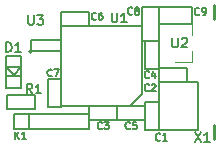
<source format=gto>
G04 #@! TF.GenerationSoftware,KiCad,Pcbnew,5.0.0-rc3+dfsg1-1*
G04 #@! TF.CreationDate,2018-07-17T14:07:16+09:00*
G04 #@! TF.ProjectId,fst-01,6673742D30312E6B696361645F706362,rev?*
G04 #@! TF.SameCoordinates,PX791ddc0PY5e69114*
G04 #@! TF.FileFunction,Legend,Top*
G04 #@! TF.FilePolarity,Positive*
%FSLAX46Y46*%
G04 Gerber Fmt 4.6, Leading zero omitted, Abs format (unit mm)*
G04 Created by KiCad (PCBNEW 5.0.0-rc3+dfsg1-1) date Tue Jul 17 14:07:16 2018*
%MOMM*%
%LPD*%
G01*
G04 APERTURE LIST*
%ADD10C,0.150000*%
%ADD11C,0.152400*%
%ADD12C,0.254000*%
%ADD13C,0.149860*%
%ADD14C,0.120000*%
G04 APERTURE END LIST*
D10*
G04 #@! TO.C,K1*
X-15608300Y-3543300D02*
X-15608300Y-4813300D01*
D11*
X-16878300Y-4813300D02*
X-16878300Y-3543300D01*
X-16878300Y-3543300D02*
X-10528300Y-3543300D01*
X-10515600Y-3543300D02*
X-10515600Y-4813300D01*
X-10528300Y-4813300D02*
X-16878300Y-4813300D01*
D12*
G04 #@! TO.C,J1*
X0Y4480000D02*
X0Y5680000D01*
X0Y-4480000D02*
X0Y-5680000D01*
D13*
G04 #@! TO.C,U3*
X-12903200Y1760220D02*
X-15417800Y1760220D01*
X-15417800Y2710180D02*
X-12903200Y2710180D01*
X-15419043Y1717040D02*
G75*
G03X-15419043Y1717040I-90197J0D01*
G01*
X-12900660Y2712720D02*
X-12900660Y1762760D01*
X-15417800Y2700020D02*
X-15417800Y1750060D01*
G04 #@! TO.C,U1*
X-7097112Y-2905631D02*
X-12898472Y-2905631D01*
X-12898472Y3896489D02*
X-6096352Y3896489D01*
X-12898472Y-2905631D02*
X-12898472Y3896489D01*
X-6096352Y-1904871D02*
X-6096352Y3896489D01*
X-7097112Y-2905631D02*
X-6096352Y-1904871D01*
D10*
G04 #@! TO.C,D1*
X-16329100Y400000D02*
X-16929100Y-300000D01*
X-16929100Y-300000D02*
X-17529100Y400000D01*
X-16329100Y400000D02*
X-17529100Y400000D01*
D13*
X-17553940Y-1374140D02*
X-16304260Y-1374140D01*
X-16304260Y-1374140D02*
X-16304260Y1374140D01*
X-16304260Y1374140D02*
X-17553940Y1374140D01*
X-17553940Y1374140D02*
X-17553940Y-1374140D01*
X-16304260Y-324460D02*
X-17553940Y-324460D01*
G04 #@! TO.C,C9*
X-4650740Y5473700D02*
X-1826260Y5473700D01*
X-4650740Y4025900D02*
X-4650740Y5473700D01*
X-1826260Y4025900D02*
X-4650740Y4025900D01*
X-1826260Y5473700D02*
X-1826260Y4025900D01*
D14*
G04 #@! TO.C,U2*
X-1818100Y858400D02*
X-3278100Y858400D01*
X-1818100Y4018400D02*
X-3978100Y4018400D01*
X-1818100Y4018400D02*
X-1818100Y3088400D01*
X-1818100Y858400D02*
X-1818100Y1788400D01*
D13*
G04 #@! TO.C,X1*
X-4637263Y-4920594D02*
X-4637263Y-856594D01*
X-4637263Y-856594D02*
X-1284463Y-856594D01*
X-1284463Y-856594D02*
X-1284463Y-4920594D01*
X-1284463Y-4920594D02*
X-4637263Y-4920594D01*
G04 #@! TO.C,C2*
X-2278380Y-853440D02*
X-4630420Y-853440D01*
X-4630420Y-853440D02*
X-4630420Y294640D01*
X-4630420Y294640D02*
X-2278380Y294640D01*
X-2278380Y294640D02*
X-2278380Y-853440D01*
G04 #@! TO.C,C4*
X-4645660Y2636520D02*
X-4645660Y284480D01*
X-4645660Y284480D02*
X-5793740Y284480D01*
X-5793740Y284480D02*
X-5793740Y2636520D01*
X-5793740Y2636520D02*
X-4645660Y2636520D01*
G04 #@! TO.C,C5*
X-5808980Y-4066540D02*
X-8161020Y-4066540D01*
X-8161020Y-4066540D02*
X-8161020Y-2918460D01*
X-8161020Y-2918460D02*
X-5808980Y-2918460D01*
X-5808980Y-2918460D02*
X-5808980Y-4066540D01*
G04 #@! TO.C,C6*
X-12898120Y5044440D02*
X-10546080Y5044440D01*
X-10546080Y5044440D02*
X-10546080Y3896360D01*
X-10546080Y3896360D02*
X-12898120Y3896360D01*
X-12898120Y3896360D02*
X-12898120Y5044440D01*
G04 #@! TO.C,C7*
X-14048740Y-2954020D02*
X-14048740Y-601980D01*
X-14048740Y-601980D02*
X-12900660Y-601980D01*
X-12900660Y-601980D02*
X-12900660Y-2954020D01*
X-12900660Y-2954020D02*
X-14048740Y-2954020D01*
G04 #@! TO.C,C1*
X-5781040Y-4935220D02*
X-5781040Y-2583180D01*
X-5781040Y-2583180D02*
X-4632960Y-2583180D01*
X-4632960Y-2583180D02*
X-4632960Y-4935220D01*
X-4632960Y-4935220D02*
X-5781040Y-4935220D01*
G04 #@! TO.C,C3*
X-8158480Y-4066540D02*
X-10510520Y-4066540D01*
X-10510520Y-4066540D02*
X-10510520Y-2918460D01*
X-10510520Y-2918460D02*
X-8158480Y-2918460D01*
X-8158480Y-2918460D02*
X-8158480Y-4066540D01*
G04 #@! TO.C,R1*
X-17508220Y-3114040D02*
X-17508220Y-1965960D01*
X-17508220Y-1965960D02*
X-15156180Y-1965960D01*
X-15156180Y-1965960D02*
X-15156180Y-3114040D01*
X-15156180Y-3114040D02*
X-17508220Y-3114040D01*
G04 #@! TO.C,C8*
X-4648200Y2646680D02*
X-6096000Y2646680D01*
X-6096000Y2646680D02*
X-6096000Y5471160D01*
X-6096000Y5471160D02*
X-4648200Y5471160D01*
X-4648200Y5471160D02*
X-4648200Y2646680D01*
G04 #@! TO.C,K1*
X-16825444Y-5668675D02*
X-16825444Y-5069235D01*
X-16482907Y-5668675D02*
X-16739810Y-5326138D01*
X-16482907Y-5069235D02*
X-16825444Y-5411772D01*
X-15912012Y-5668675D02*
X-16254549Y-5668675D01*
X-16083280Y-5668675D02*
X-16083280Y-5069235D01*
X-16140370Y-5154869D01*
X-16197460Y-5211959D01*
X-16254549Y-5240503D01*
G04 #@! TO.C,U3*
D11*
X-15694660Y4804410D02*
X-15694660Y4156710D01*
X-15656560Y4080510D01*
X-15618460Y4042410D01*
X-15542260Y4004310D01*
X-15389860Y4004310D01*
X-15313660Y4042410D01*
X-15275560Y4080510D01*
X-15237460Y4156710D01*
X-15237460Y4804410D01*
X-14932660Y4804410D02*
X-14437360Y4804410D01*
X-14704060Y4499610D01*
X-14589760Y4499610D01*
X-14513560Y4461510D01*
X-14475460Y4423410D01*
X-14437360Y4347210D01*
X-14437360Y4156710D01*
X-14475460Y4080510D01*
X-14513560Y4042410D01*
X-14589760Y4004310D01*
X-14818360Y4004310D01*
X-14894560Y4042410D01*
X-14932660Y4080510D01*
G04 #@! TO.C,U1*
X-8613140Y4999990D02*
X-8613140Y4352290D01*
X-8575040Y4276090D01*
X-8536940Y4237990D01*
X-8460740Y4199890D01*
X-8308340Y4199890D01*
X-8232140Y4237990D01*
X-8194040Y4276090D01*
X-8155940Y4352290D01*
X-8155940Y4999990D01*
X-7355840Y4199890D02*
X-7813040Y4199890D01*
X-7584440Y4199890D02*
X-7584440Y4999990D01*
X-7660640Y4885690D01*
X-7736840Y4809490D01*
X-7813040Y4771390D01*
G04 #@! TO.C,D1*
X-17557750Y1695450D02*
X-17557750Y2495550D01*
X-17367250Y2495550D01*
X-17252950Y2457450D01*
X-17176750Y2381250D01*
X-17138650Y2305050D01*
X-17100550Y2152650D01*
X-17100550Y2038350D01*
X-17138650Y1885950D01*
X-17176750Y1809750D01*
X-17252950Y1733550D01*
X-17367250Y1695450D01*
X-17557750Y1695450D01*
X-16338550Y1695450D02*
X-16795750Y1695450D01*
X-16567150Y1695450D02*
X-16567150Y2495550D01*
X-16643350Y2381250D01*
X-16719550Y2305050D01*
X-16795750Y2266950D01*
G04 #@! TO.C,C9*
D13*
X-1217507Y4891315D02*
X-1246052Y4862770D01*
X-1331686Y4834225D01*
X-1388776Y4834225D01*
X-1474410Y4862770D01*
X-1531500Y4919860D01*
X-1560044Y4976949D01*
X-1588589Y5091128D01*
X-1588589Y5176762D01*
X-1560044Y5290941D01*
X-1531500Y5348031D01*
X-1474410Y5405120D01*
X-1388776Y5433665D01*
X-1331686Y5433665D01*
X-1246052Y5405120D01*
X-1217507Y5376576D01*
X-932060Y4834225D02*
X-817880Y4834225D01*
X-760791Y4862770D01*
X-732246Y4891315D01*
X-675157Y4976949D01*
X-646612Y5091128D01*
X-646612Y5319486D01*
X-675157Y5376576D01*
X-703701Y5405120D01*
X-760791Y5433665D01*
X-874970Y5433665D01*
X-932060Y5405120D01*
X-960604Y5376576D01*
X-989149Y5319486D01*
X-989149Y5176762D01*
X-960604Y5119673D01*
X-932060Y5091128D01*
X-874970Y5062583D01*
X-760791Y5062583D01*
X-703701Y5091128D01*
X-675157Y5119673D01*
X-646612Y5176762D01*
G04 #@! TO.C,U2*
D10*
X-3494964Y2871416D02*
X-3494964Y2223797D01*
X-3456869Y2147606D01*
X-3418774Y2109511D01*
X-3342583Y2071416D01*
X-3190202Y2071416D01*
X-3114012Y2109511D01*
X-3075917Y2147606D01*
X-3037821Y2223797D01*
X-3037821Y2871416D01*
X-2694964Y2795225D02*
X-2656869Y2833320D01*
X-2580679Y2871416D01*
X-2390202Y2871416D01*
X-2314012Y2833320D01*
X-2275917Y2795225D01*
X-2237821Y2719035D01*
X-2237821Y2642844D01*
X-2275917Y2528559D01*
X-2733060Y2071416D01*
X-2237821Y2071416D01*
G04 #@! TO.C,X1*
D11*
X-1587500Y-5099050D02*
X-1054100Y-5899150D01*
X-1054100Y-5099050D02*
X-1587500Y-5899150D01*
X-330200Y-5899150D02*
X-787400Y-5899150D01*
X-558800Y-5899150D02*
X-558800Y-5099050D01*
X-635000Y-5213350D01*
X-711200Y-5289550D01*
X-787400Y-5327650D01*
G04 #@! TO.C,C2*
D13*
X-5459307Y-1560285D02*
X-5487852Y-1588830D01*
X-5573486Y-1617375D01*
X-5630576Y-1617375D01*
X-5716210Y-1588830D01*
X-5773300Y-1531740D01*
X-5801844Y-1474651D01*
X-5830389Y-1360472D01*
X-5830389Y-1274838D01*
X-5801844Y-1160659D01*
X-5773300Y-1103569D01*
X-5716210Y-1046480D01*
X-5630576Y-1017935D01*
X-5573486Y-1017935D01*
X-5487852Y-1046480D01*
X-5459307Y-1075024D01*
X-5230949Y-1075024D02*
X-5202404Y-1046480D01*
X-5145315Y-1017935D01*
X-5002591Y-1017935D01*
X-4945501Y-1046480D01*
X-4916957Y-1075024D01*
X-4888412Y-1132114D01*
X-4888412Y-1189203D01*
X-4916957Y-1274838D01*
X-5259494Y-1617375D01*
X-4888412Y-1617375D01*
G04 #@! TO.C,C4*
X-5459307Y-468085D02*
X-5487852Y-496630D01*
X-5573486Y-525175D01*
X-5630576Y-525175D01*
X-5716210Y-496630D01*
X-5773300Y-439540D01*
X-5801844Y-382451D01*
X-5830389Y-268272D01*
X-5830389Y-182638D01*
X-5801844Y-68459D01*
X-5773300Y-11369D01*
X-5716210Y45720D01*
X-5630576Y74265D01*
X-5573486Y74265D01*
X-5487852Y45720D01*
X-5459307Y17176D01*
X-4945501Y-125548D02*
X-4945501Y-525175D01*
X-5088225Y102810D02*
X-5230949Y-325361D01*
X-4859867Y-325361D01*
G04 #@! TO.C,C5*
X-7084907Y-4786085D02*
X-7113452Y-4814630D01*
X-7199086Y-4843175D01*
X-7256176Y-4843175D01*
X-7341810Y-4814630D01*
X-7398900Y-4757540D01*
X-7427444Y-4700451D01*
X-7455989Y-4586272D01*
X-7455989Y-4500638D01*
X-7427444Y-4386459D01*
X-7398900Y-4329369D01*
X-7341810Y-4272280D01*
X-7256176Y-4243735D01*
X-7199086Y-4243735D01*
X-7113452Y-4272280D01*
X-7084907Y-4300824D01*
X-6542557Y-4243735D02*
X-6828004Y-4243735D01*
X-6856549Y-4529182D01*
X-6828004Y-4500638D01*
X-6770915Y-4472093D01*
X-6628191Y-4472093D01*
X-6571101Y-4500638D01*
X-6542557Y-4529182D01*
X-6514012Y-4586272D01*
X-6514012Y-4728996D01*
X-6542557Y-4786085D01*
X-6571101Y-4814630D01*
X-6628191Y-4843175D01*
X-6770915Y-4843175D01*
X-6828004Y-4814630D01*
X-6856549Y-4786085D01*
G04 #@! TO.C,C6*
X-9955107Y4479835D02*
X-9983652Y4451290D01*
X-10069286Y4422745D01*
X-10126376Y4422745D01*
X-10212010Y4451290D01*
X-10269100Y4508380D01*
X-10297644Y4565469D01*
X-10326189Y4679648D01*
X-10326189Y4765282D01*
X-10297644Y4879461D01*
X-10269100Y4936551D01*
X-10212010Y4993640D01*
X-10126376Y5022185D01*
X-10069286Y5022185D01*
X-9983652Y4993640D01*
X-9955107Y4965096D01*
X-9441301Y5022185D02*
X-9555480Y5022185D01*
X-9612570Y4993640D01*
X-9641115Y4965096D01*
X-9698204Y4879461D01*
X-9726749Y4765282D01*
X-9726749Y4536924D01*
X-9698204Y4479835D01*
X-9669660Y4451290D01*
X-9612570Y4422745D01*
X-9498391Y4422745D01*
X-9441301Y4451290D01*
X-9412757Y4479835D01*
X-9384212Y4536924D01*
X-9384212Y4679648D01*
X-9412757Y4736738D01*
X-9441301Y4765282D01*
X-9498391Y4793827D01*
X-9612570Y4793827D01*
X-9669660Y4765282D01*
X-9698204Y4736738D01*
X-9726749Y4679648D01*
G04 #@! TO.C,C7*
X-13701607Y-315685D02*
X-13730152Y-344230D01*
X-13815786Y-372775D01*
X-13872876Y-372775D01*
X-13958510Y-344230D01*
X-14015600Y-287140D01*
X-14044144Y-230051D01*
X-14072689Y-115872D01*
X-14072689Y-30238D01*
X-14044144Y83941D01*
X-14015600Y141031D01*
X-13958510Y198120D01*
X-13872876Y226665D01*
X-13815786Y226665D01*
X-13730152Y198120D01*
X-13701607Y169576D01*
X-13501794Y226665D02*
X-13102167Y226665D01*
X-13359070Y-372775D01*
G04 #@! TO.C,C1*
X-4519507Y-5751285D02*
X-4548052Y-5779830D01*
X-4633686Y-5808375D01*
X-4690776Y-5808375D01*
X-4776410Y-5779830D01*
X-4833500Y-5722740D01*
X-4862044Y-5665651D01*
X-4890589Y-5551472D01*
X-4890589Y-5465838D01*
X-4862044Y-5351659D01*
X-4833500Y-5294569D01*
X-4776410Y-5237480D01*
X-4690776Y-5208935D01*
X-4633686Y-5208935D01*
X-4548052Y-5237480D01*
X-4519507Y-5266024D01*
X-3948612Y-5808375D02*
X-4291149Y-5808375D01*
X-4119880Y-5808375D02*
X-4119880Y-5208935D01*
X-4176970Y-5294569D01*
X-4234060Y-5351659D01*
X-4291149Y-5380203D01*
G04 #@! TO.C,C3*
X-9434407Y-4786085D02*
X-9462952Y-4814630D01*
X-9548586Y-4843175D01*
X-9605676Y-4843175D01*
X-9691310Y-4814630D01*
X-9748400Y-4757540D01*
X-9776944Y-4700451D01*
X-9805489Y-4586272D01*
X-9805489Y-4500638D01*
X-9776944Y-4386459D01*
X-9748400Y-4329369D01*
X-9691310Y-4272280D01*
X-9605676Y-4243735D01*
X-9548586Y-4243735D01*
X-9462952Y-4272280D01*
X-9434407Y-4300824D01*
X-9234594Y-4243735D02*
X-8863512Y-4243735D01*
X-9063325Y-4472093D01*
X-8977691Y-4472093D01*
X-8920601Y-4500638D01*
X-8892057Y-4529182D01*
X-8863512Y-4586272D01*
X-8863512Y-4728996D01*
X-8892057Y-4786085D01*
X-8920601Y-4814630D01*
X-8977691Y-4843175D01*
X-9148960Y-4843175D01*
X-9206049Y-4814630D01*
X-9234594Y-4786085D01*
G04 #@! TO.C,R1*
D11*
X-15360650Y-1807210D02*
X-15627350Y-1426210D01*
X-15817850Y-1807210D02*
X-15817850Y-1007110D01*
X-15513050Y-1007110D01*
X-15436850Y-1045210D01*
X-15398750Y-1083310D01*
X-15360650Y-1159510D01*
X-15360650Y-1273810D01*
X-15398750Y-1350010D01*
X-15436850Y-1388110D01*
X-15513050Y-1426210D01*
X-15817850Y-1426210D01*
X-14598650Y-1807210D02*
X-15055850Y-1807210D01*
X-14827250Y-1807210D02*
X-14827250Y-1007110D01*
X-14903450Y-1121410D01*
X-14979650Y-1197610D01*
X-15055850Y-1235710D01*
G04 #@! TO.C,C8*
D13*
X-6874087Y4916715D02*
X-6902632Y4888170D01*
X-6988266Y4859625D01*
X-7045356Y4859625D01*
X-7130990Y4888170D01*
X-7188080Y4945260D01*
X-7216624Y5002349D01*
X-7245169Y5116528D01*
X-7245169Y5202162D01*
X-7216624Y5316341D01*
X-7188080Y5373431D01*
X-7130990Y5430520D01*
X-7045356Y5459065D01*
X-6988266Y5459065D01*
X-6902632Y5430520D01*
X-6874087Y5401976D01*
X-6531550Y5202162D02*
X-6588640Y5230707D01*
X-6617184Y5259252D01*
X-6645729Y5316341D01*
X-6645729Y5344886D01*
X-6617184Y5401976D01*
X-6588640Y5430520D01*
X-6531550Y5459065D01*
X-6417371Y5459065D01*
X-6360281Y5430520D01*
X-6331737Y5401976D01*
X-6303192Y5344886D01*
X-6303192Y5316341D01*
X-6331737Y5259252D01*
X-6360281Y5230707D01*
X-6417371Y5202162D01*
X-6531550Y5202162D01*
X-6588640Y5173618D01*
X-6617184Y5145073D01*
X-6645729Y5087983D01*
X-6645729Y4973804D01*
X-6617184Y4916715D01*
X-6588640Y4888170D01*
X-6531550Y4859625D01*
X-6417371Y4859625D01*
X-6360281Y4888170D01*
X-6331737Y4916715D01*
X-6303192Y4973804D01*
X-6303192Y5087983D01*
X-6331737Y5145073D01*
X-6360281Y5173618D01*
X-6417371Y5202162D01*
G04 #@! TD*
M02*

</source>
